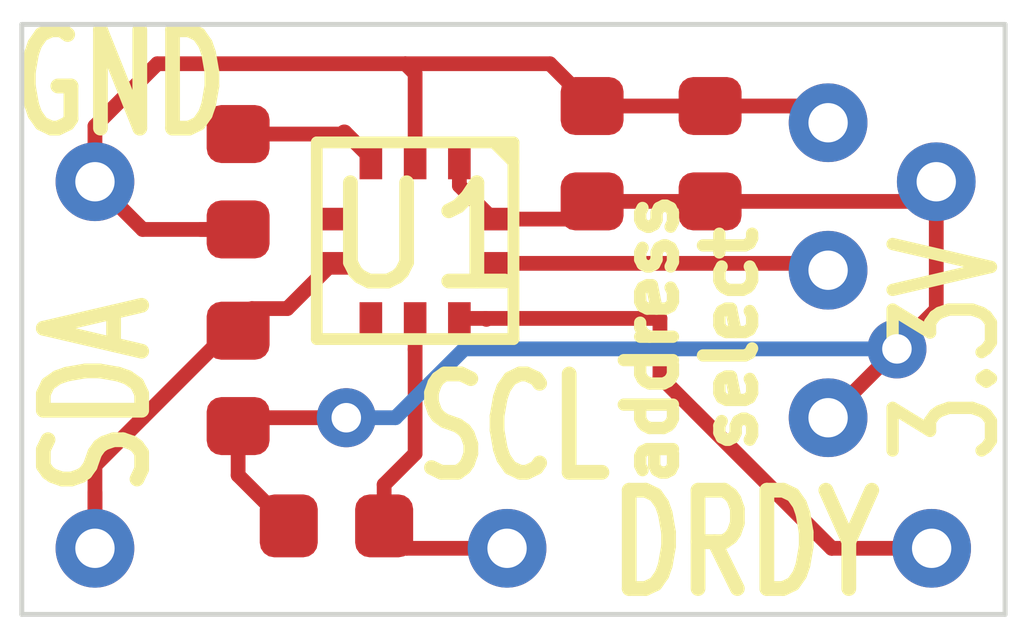
<source format=kicad_pcb>
(kicad_pcb (version 20171130) (host pcbnew 5.1.4-e60b266~84~ubuntu18.04.1)

  (general
    (thickness 1.6)
    (drawings 10)
    (tracks 59)
    (zones 0)
    (modules 14)
    (nets 8)
  )

  (page A4)
  (layers
    (0 F.Cu signal)
    (31 B.Cu signal)
    (32 B.Adhes user)
    (33 F.Adhes user)
    (34 B.Paste user)
    (35 F.Paste user)
    (36 B.SilkS user hide)
    (37 F.SilkS user)
    (38 B.Mask user)
    (39 F.Mask user)
    (40 Dwgs.User user)
    (41 Cmts.User user)
    (42 Eco1.User user)
    (43 Eco2.User user)
    (44 Edge.Cuts user)
    (45 Margin user)
    (46 B.CrtYd user)
    (47 F.CrtYd user)
    (48 B.Fab user hide)
    (49 F.Fab user hide)
  )

  (setup
    (last_trace_width 0.15)
    (trace_clearance 0.15)
    (zone_clearance 0.5)
    (zone_45_only no)
    (trace_min 0.15)
    (via_size 0.6)
    (via_drill 0.3)
    (via_min_size 0.45)
    (via_min_drill 0.2)
    (uvia_size 0.3)
    (uvia_drill 0.1)
    (uvias_allowed no)
    (uvia_min_size 0.2)
    (uvia_min_drill 0.1)
    (edge_width 0.05)
    (segment_width 0.2)
    (pcb_text_width 0.3)
    (pcb_text_size 1.5 1.5)
    (mod_edge_width 0.12)
    (mod_text_size 1 1)
    (mod_text_width 0.15)
    (pad_size 1.524 1.524)
    (pad_drill 0.762)
    (pad_to_mask_clearance 0.051)
    (solder_mask_min_width 0.25)
    (aux_axis_origin 0 0)
    (visible_elements FFFFFF7F)
    (pcbplotparams
      (layerselection 0x010fc_ffffffff)
      (usegerberextensions false)
      (usegerberattributes false)
      (usegerberadvancedattributes false)
      (creategerberjobfile false)
      (excludeedgelayer true)
      (linewidth 0.100000)
      (plotframeref false)
      (viasonmask false)
      (mode 1)
      (useauxorigin false)
      (hpglpennumber 1)
      (hpglpenspeed 20)
      (hpglpendiameter 15.000000)
      (psnegative false)
      (psa4output false)
      (plotreference true)
      (plotvalue true)
      (plotinvisibletext false)
      (padsonsilk false)
      (subtractmaskfromsilk false)
      (outputformat 1)
      (mirror false)
      (drillshape 0)
      (scaleselection 1)
      (outputdirectory ""))
  )

  (net 0 "")
  (net 1 +3V3)
  (net 2 GND)
  (net 3 /MAG_SDA)
  (net 4 /MAG_SCL)
  (net 5 /MAG_DRDY)
  (net 6 "Net-(J6-Pad1)")
  (net 7 "Net-(C2-Pad2)")

  (net_class Default "This is the default net class."
    (clearance 0.15)
    (trace_width 0.15)
    (via_dia 0.6)
    (via_drill 0.3)
    (uvia_dia 0.3)
    (uvia_drill 0.1)
    (add_net +3V3)
    (add_net /MAG_DRDY)
    (add_net /MAG_SCL)
    (add_net /MAG_SDA)
    (add_net GND)
    (add_net "Net-(C2-Pad2)")
    (add_net "Net-(J6-Pad1)")
    (add_net "Net-(U1-Pad4)")
    (add_net "Net-(U1-Pad6)")
  )

  (module Resistor_SMD:R_0402_1005Metric (layer F.Cu) (tedit 5B301BBD) (tstamp 5D8294BE)
    (at 113.2 84.1 180)
    (descr "Resistor SMD 0402 (1005 Metric), square (rectangular) end terminal, IPC_7351 nominal, (Body size source: http://www.tortai-tech.com/upload/download/2011102023233369053.pdf), generated with kicad-footprint-generator")
    (tags resistor)
    (path /5D836B6D)
    (attr smd)
    (fp_text reference R2 (at 0 -1.17) (layer F.SilkS) hide
      (effects (font (size 1 1) (thickness 0.15)))
    )
    (fp_text value 4k7 (at 0 1.17) (layer F.Fab)
      (effects (font (size 1 1) (thickness 0.15)))
    )
    (fp_text user %R (at 0 0) (layer F.Fab)
      (effects (font (size 0.25 0.25) (thickness 0.04)))
    )
    (fp_line (start 0.93 0.47) (end -0.93 0.47) (layer F.CrtYd) (width 0.05))
    (fp_line (start 0.93 -0.47) (end 0.93 0.47) (layer F.CrtYd) (width 0.05))
    (fp_line (start -0.93 -0.47) (end 0.93 -0.47) (layer F.CrtYd) (width 0.05))
    (fp_line (start -0.93 0.47) (end -0.93 -0.47) (layer F.CrtYd) (width 0.05))
    (fp_line (start 0.5 0.25) (end -0.5 0.25) (layer F.Fab) (width 0.1))
    (fp_line (start 0.5 -0.25) (end 0.5 0.25) (layer F.Fab) (width 0.1))
    (fp_line (start -0.5 -0.25) (end 0.5 -0.25) (layer F.Fab) (width 0.1))
    (fp_line (start -0.5 0.25) (end -0.5 -0.25) (layer F.Fab) (width 0.1))
    (pad 2 smd roundrect (at 0.485 0 180) (size 0.59 0.64) (layers F.Cu F.Paste F.Mask) (roundrect_rratio 0.25)
      (net 1 +3V3))
    (pad 1 smd roundrect (at -0.485 0 180) (size 0.59 0.64) (layers F.Cu F.Paste F.Mask) (roundrect_rratio 0.25)
      (net 4 /MAG_SCL))
    (model ${KISYS3DMOD}/Resistor_SMD.3dshapes/R_0402_1005Metric.wrl
      (at (xyz 0 0 0))
      (scale (xyz 1 1 1))
      (rotate (xyz 0 0 0))
    )
  )

  (module Resistor_SMD:R_0402_1005Metric (layer F.Cu) (tedit 5B301BBD) (tstamp 5D8294AD)
    (at 112.2 82.6 270)
    (descr "Resistor SMD 0402 (1005 Metric), square (rectangular) end terminal, IPC_7351 nominal, (Body size source: http://www.tortai-tech.com/upload/download/2011102023233369053.pdf), generated with kicad-footprint-generator")
    (tags resistor)
    (path /5D837057)
    (attr smd)
    (fp_text reference R1 (at 0 -1.17 90) (layer F.SilkS) hide
      (effects (font (size 1 1) (thickness 0.15)))
    )
    (fp_text value 4k7 (at 0 1.17 90) (layer F.Fab)
      (effects (font (size 1 1) (thickness 0.15)))
    )
    (fp_text user %R (at 0 0 90) (layer F.Fab)
      (effects (font (size 0.25 0.25) (thickness 0.04)))
    )
    (fp_line (start 0.93 0.47) (end -0.93 0.47) (layer F.CrtYd) (width 0.05))
    (fp_line (start 0.93 -0.47) (end 0.93 0.47) (layer F.CrtYd) (width 0.05))
    (fp_line (start -0.93 -0.47) (end 0.93 -0.47) (layer F.CrtYd) (width 0.05))
    (fp_line (start -0.93 0.47) (end -0.93 -0.47) (layer F.CrtYd) (width 0.05))
    (fp_line (start 0.5 0.25) (end -0.5 0.25) (layer F.Fab) (width 0.1))
    (fp_line (start 0.5 -0.25) (end 0.5 0.25) (layer F.Fab) (width 0.1))
    (fp_line (start -0.5 -0.25) (end 0.5 -0.25) (layer F.Fab) (width 0.1))
    (fp_line (start -0.5 0.25) (end -0.5 -0.25) (layer F.Fab) (width 0.1))
    (pad 2 smd roundrect (at 0.485 0 270) (size 0.59 0.64) (layers F.Cu F.Paste F.Mask) (roundrect_rratio 0.25)
      (net 1 +3V3))
    (pad 1 smd roundrect (at -0.485 0 270) (size 0.59 0.64) (layers F.Cu F.Paste F.Mask) (roundrect_rratio 0.25)
      (net 3 /MAG_SDA))
    (model ${KISYS3DMOD}/Resistor_SMD.3dshapes/R_0402_1005Metric.wrl
      (at (xyz 0 0 0))
      (scale (xyz 1 1 1))
      (rotate (xyz 0 0 0))
    )
  )

  (module Capacitor_SMD:C_0402_1005Metric (layer F.Cu) (tedit 5B301BBE) (tstamp 5D829450)
    (at 117 80.315 270)
    (descr "Capacitor SMD 0402 (1005 Metric), square (rectangular) end terminal, IPC_7351 nominal, (Body size source: http://www.tortai-tech.com/upload/download/2011102023233369053.pdf), generated with kicad-footprint-generator")
    (tags capacitor)
    (path /5D82807A)
    (attr smd)
    (fp_text reference C3 (at 0 -1.17 90) (layer F.SilkS) hide
      (effects (font (size 1 1) (thickness 0.15)))
    )
    (fp_text value 0.01u (at 0 1.17 90) (layer F.Fab)
      (effects (font (size 1 1) (thickness 0.15)))
    )
    (fp_text user %R (at 0 0 90) (layer F.Fab)
      (effects (font (size 0.25 0.25) (thickness 0.04)))
    )
    (fp_line (start 0.93 0.47) (end -0.93 0.47) (layer F.CrtYd) (width 0.05))
    (fp_line (start 0.93 -0.47) (end 0.93 0.47) (layer F.CrtYd) (width 0.05))
    (fp_line (start -0.93 -0.47) (end 0.93 -0.47) (layer F.CrtYd) (width 0.05))
    (fp_line (start -0.93 0.47) (end -0.93 -0.47) (layer F.CrtYd) (width 0.05))
    (fp_line (start 0.5 0.25) (end -0.5 0.25) (layer F.Fab) (width 0.1))
    (fp_line (start 0.5 -0.25) (end 0.5 0.25) (layer F.Fab) (width 0.1))
    (fp_line (start -0.5 -0.25) (end 0.5 -0.25) (layer F.Fab) (width 0.1))
    (fp_line (start -0.5 0.25) (end -0.5 -0.25) (layer F.Fab) (width 0.1))
    (pad 2 smd roundrect (at 0.485 0 270) (size 0.59 0.64) (layers F.Cu F.Paste F.Mask) (roundrect_rratio 0.25)
      (net 1 +3V3))
    (pad 1 smd roundrect (at -0.485 0 270) (size 0.59 0.64) (layers F.Cu F.Paste F.Mask) (roundrect_rratio 0.25)
      (net 2 GND))
    (model ${KISYS3DMOD}/Capacitor_SMD.3dshapes/C_0402_1005Metric.wrl
      (at (xyz 0 0 0))
      (scale (xyz 1 1 1))
      (rotate (xyz 0 0 0))
    )
  )

  (module Capacitor_SMD:C_0402_1005Metric (layer F.Cu) (tedit 5B301BBE) (tstamp 5D829461)
    (at 112.2 80.6 90)
    (descr "Capacitor SMD 0402 (1005 Metric), square (rectangular) end terminal, IPC_7351 nominal, (Body size source: http://www.tortai-tech.com/upload/download/2011102023233369053.pdf), generated with kicad-footprint-generator")
    (tags capacitor)
    (path /5D82CB31)
    (attr smd)
    (fp_text reference C2 (at 0 -1.17 90) (layer F.SilkS) hide
      (effects (font (size 1 1) (thickness 0.15)))
    )
    (fp_text value 1u (at 0 1.17 90) (layer F.Fab)
      (effects (font (size 1 1) (thickness 0.15)))
    )
    (fp_text user %R (at 0 0 90) (layer F.Fab)
      (effects (font (size 0.25 0.25) (thickness 0.04)))
    )
    (fp_line (start 0.93 0.47) (end -0.93 0.47) (layer F.CrtYd) (width 0.05))
    (fp_line (start 0.93 -0.47) (end 0.93 0.47) (layer F.CrtYd) (width 0.05))
    (fp_line (start -0.93 -0.47) (end 0.93 -0.47) (layer F.CrtYd) (width 0.05))
    (fp_line (start -0.93 0.47) (end -0.93 -0.47) (layer F.CrtYd) (width 0.05))
    (fp_line (start 0.5 0.25) (end -0.5 0.25) (layer F.Fab) (width 0.1))
    (fp_line (start 0.5 -0.25) (end 0.5 0.25) (layer F.Fab) (width 0.1))
    (fp_line (start -0.5 -0.25) (end 0.5 -0.25) (layer F.Fab) (width 0.1))
    (fp_line (start -0.5 0.25) (end -0.5 -0.25) (layer F.Fab) (width 0.1))
    (pad 2 smd roundrect (at 0.485 0 90) (size 0.59 0.64) (layers F.Cu F.Paste F.Mask) (roundrect_rratio 0.25)
      (net 7 "Net-(C2-Pad2)"))
    (pad 1 smd roundrect (at -0.485 0 90) (size 0.59 0.64) (layers F.Cu F.Paste F.Mask) (roundrect_rratio 0.25)
      (net 2 GND))
    (model ${KISYS3DMOD}/Capacitor_SMD.3dshapes/C_0402_1005Metric.wrl
      (at (xyz 0 0 0))
      (scale (xyz 1 1 1))
      (rotate (xyz 0 0 0))
    )
  )

  (module Capacitor_SMD:C_0402_1005Metric (layer F.Cu) (tedit 5B301BBE) (tstamp 5D82943F)
    (at 115.8 80.315 270)
    (descr "Capacitor SMD 0402 (1005 Metric), square (rectangular) end terminal, IPC_7351 nominal, (Body size source: http://www.tortai-tech.com/upload/download/2011102023233369053.pdf), generated with kicad-footprint-generator")
    (tags capacitor)
    (path /5D824594)
    (attr smd)
    (fp_text reference C1 (at 0 -1.17 90) (layer F.SilkS) hide
      (effects (font (size 1 1) (thickness 0.15)))
    )
    (fp_text value 1u (at 0 1.17 90) (layer F.Fab)
      (effects (font (size 1 1) (thickness 0.15)))
    )
    (fp_text user %R (at 0 0 90) (layer F.Fab)
      (effects (font (size 0.25 0.25) (thickness 0.04)))
    )
    (fp_line (start 0.93 0.47) (end -0.93 0.47) (layer F.CrtYd) (width 0.05))
    (fp_line (start 0.93 -0.47) (end 0.93 0.47) (layer F.CrtYd) (width 0.05))
    (fp_line (start -0.93 -0.47) (end 0.93 -0.47) (layer F.CrtYd) (width 0.05))
    (fp_line (start -0.93 0.47) (end -0.93 -0.47) (layer F.CrtYd) (width 0.05))
    (fp_line (start 0.5 0.25) (end -0.5 0.25) (layer F.Fab) (width 0.1))
    (fp_line (start 0.5 -0.25) (end 0.5 0.25) (layer F.Fab) (width 0.1))
    (fp_line (start -0.5 -0.25) (end 0.5 -0.25) (layer F.Fab) (width 0.1))
    (fp_line (start -0.5 0.25) (end -0.5 -0.25) (layer F.Fab) (width 0.1))
    (pad 2 smd roundrect (at 0.485 0 270) (size 0.59 0.64) (layers F.Cu F.Paste F.Mask) (roundrect_rratio 0.25)
      (net 1 +3V3))
    (pad 1 smd roundrect (at -0.485 0 270) (size 0.59 0.64) (layers F.Cu F.Paste F.Mask) (roundrect_rratio 0.25)
      (net 2 GND))
    (model ${KISYS3DMOD}/Capacitor_SMD.3dshapes/C_0402_1005Metric.wrl
      (at (xyz 0 0 0))
      (scale (xyz 1 1 1))
      (rotate (xyz 0 0 0))
    )
  )

  (module paikkaanturi:MLGA010V020A (layer F.Cu) (tedit 5D82013E) (tstamp 5D8294E2)
    (at 113 80.2)
    (path /5D820CD8)
    (fp_text reference U1 (at 1.10408 0.95526) (layer F.SilkS)
      (effects (font (size 1 1) (thickness 0.15)))
    )
    (fp_text value BM1422AGMV (at 0 -5) (layer F.Fab)
      (effects (font (size 1 1) (thickness 0.15)))
    )
    (fp_line (start 0 0) (end 2 0) (layer F.SilkS) (width 0.12))
    (fp_line (start 2 0) (end 2 2) (layer F.SilkS) (width 0.12))
    (fp_line (start 2 2) (end 0 2) (layer F.SilkS) (width 0.12))
    (fp_line (start 0 2) (end 0 0) (layer F.SilkS) (width 0.12))
    (fp_line (start 1.8 0) (end 2 0.2) (layer F.SilkS) (width 0.12))
    (pad 3 smd rect (at 0.55 0.21) (size 0.23 0.33) (layers F.Cu F.Paste F.Mask)
      (net 7 "Net-(C2-Pad2)"))
    (pad 2 smd rect (at 1 0.21) (size 0.23 0.33) (layers F.Cu F.Paste F.Mask)
      (net 2 GND))
    (pad 1 smd rect (at 1.45 0.21) (size 0.23 0.33) (layers F.Cu F.Paste F.Mask)
      (net 1 +3V3))
    (pad 7 smd rect (at 1 1.79) (size 0.23 0.33) (layers F.Cu F.Paste F.Mask)
      (net 4 /MAG_SCL))
    (pad 8 smd rect (at 1.45 1.79) (size 0.23 0.33) (layers F.Cu F.Paste F.Mask)
      (net 5 /MAG_DRDY))
    (pad 6 smd rect (at 0.55 1.79) (size 0.23 0.33) (layers F.Cu F.Paste F.Mask))
    (pad 4 smd rect (at 0.21 0.78 90) (size 0.23 0.33) (layers F.Cu F.Paste F.Mask))
    (pad 5 smd rect (at 0.21 1.23 90) (size 0.23 0.33) (layers F.Cu F.Paste F.Mask)
      (net 3 /MAG_SDA))
    (pad 10 smd rect (at 1.79 0.78 90) (size 0.23 0.33) (layers F.Cu F.Paste F.Mask)
      (net 1 +3V3))
    (pad 9 smd rect (at 1.79 1.23 90) (size 0.23 0.33) (layers F.Cu F.Paste F.Mask)
      (net 6 "Net-(J6-Pad1)"))
  )

  (module paikkaanturi:hole (layer F.Cu) (tedit 5D8213A3) (tstamp 5D82949C)
    (at 118.2 83)
    (path /5D85F32E)
    (fp_text reference J8 (at -0.34544 0.9398) (layer F.SilkS) hide
      (effects (font (size 0.5 0.5) (thickness 0.12)))
    )
    (fp_text value DEBUG_3V3 (at 0 -3) (layer F.Fab)
      (effects (font (size 1 1) (thickness 0.15)))
    )
    (pad 1 thru_hole circle (at 0 0) (size 0.8 0.8) (drill 0.4) (layers *.Cu *.Mask)
      (net 1 +3V3))
  )

  (module paikkaanturi:hole (layer F.Cu) (tedit 5D8213A3) (tstamp 5D829497)
    (at 118.2 80)
    (path /5D85ECB6)
    (fp_text reference J7 (at -0.99822 -0.01524) (layer F.SilkS) hide
      (effects (font (size 0.5 0.5) (thickness 0.12)))
    )
    (fp_text value DEBUG_GND (at 0 -3) (layer F.Fab)
      (effects (font (size 1 1) (thickness 0.15)))
    )
    (pad 1 thru_hole circle (at 0 0) (size 0.8 0.8) (drill 0.4) (layers *.Cu *.Mask)
      (net 2 GND))
  )

  (module paikkaanturi:hole (layer F.Cu) (tedit 5D8213A3) (tstamp 5D829492)
    (at 118.2 81.5)
    (path /5D86BD00)
    (fp_text reference J6 (at -1.12014 0.07874) (layer F.SilkS) hide
      (effects (font (size 0.5 0.5) (thickness 0.12)))
    )
    (fp_text value ADDR_SELECT (at 0 -3) (layer F.Fab)
      (effects (font (size 1 1) (thickness 0.15)))
    )
    (pad 1 thru_hole circle (at 0 0) (size 0.8 0.8) (drill 0.4) (layers *.Cu *.Mask)
      (net 6 "Net-(J6-Pad1)"))
  )

  (module paikkaanturi:hole (layer F.Cu) (tedit 5D8213A3) (tstamp 5D82948D)
    (at 119.3 80.6)
    (path /5D857CB7)
    (fp_text reference J5 (at 0.2 -0.9) (layer F.SilkS) hide
      (effects (font (size 0.5 0.5) (thickness 0.12)))
    )
    (fp_text value hole_3V3 (at 0 -3) (layer F.Fab)
      (effects (font (size 1 1) (thickness 0.15)))
    )
    (pad 1 thru_hole circle (at 0 0) (size 0.8 0.8) (drill 0.4) (layers *.Cu *.Mask)
      (net 1 +3V3))
  )

  (module paikkaanturi:hole (layer F.Cu) (tedit 5D8213A3) (tstamp 5D829DDD)
    (at 110.744 80.6)
    (path /5D85778C)
    (fp_text reference J4 (at 0.2 -0.9) (layer F.SilkS) hide
      (effects (font (size 0.5 0.5) (thickness 0.12)))
    )
    (fp_text value hole_gnd (at 0 -3) (layer F.Fab)
      (effects (font (size 1 1) (thickness 0.15)))
    )
    (pad 1 thru_hole circle (at 0 0) (size 0.8 0.8) (drill 0.4) (layers *.Cu *.Mask)
      (net 2 GND))
  )

  (module paikkaanturi:hole (layer F.Cu) (tedit 5D8213A3) (tstamp 5D829483)
    (at 119.253 84.328)
    (path /5D856A6D)
    (fp_text reference J3 (at -1.04902 0.13208) (layer F.SilkS) hide
      (effects (font (size 0.5 0.5) (thickness 0.12)))
    )
    (fp_text value hole_drdy (at 0 -3) (layer F.Fab)
      (effects (font (size 1 1) (thickness 0.15)))
    )
    (pad 1 thru_hole circle (at 0 0) (size 0.8 0.8) (drill 0.4) (layers *.Cu *.Mask)
      (net 5 /MAG_DRDY))
  )

  (module paikkaanturi:hole (layer F.Cu) (tedit 5D8213A3) (tstamp 5D82947E)
    (at 114.935 84.328)
    (path /5D856486)
    (fp_text reference J2 (at -1.09474 0.10668) (layer F.SilkS) hide
      (effects (font (size 0.5 0.5) (thickness 0.12)))
    )
    (fp_text value hole_scl (at 0 -3) (layer F.Fab)
      (effects (font (size 1 1) (thickness 0.15)))
    )
    (pad 1 thru_hole circle (at 0 0) (size 0.8 0.8) (drill 0.4) (layers *.Cu *.Mask)
      (net 4 /MAG_SCL))
  )

  (module paikkaanturi:hole (layer F.Cu) (tedit 5D8213A3) (tstamp 5D829479)
    (at 110.744 84.328)
    (path /5D855A9C)
    (fp_text reference J1 (at 0.97536 -0.01524) (layer F.SilkS) hide
      (effects (font (size 0.5 0.5) (thickness 0.12)))
    )
    (fp_text value hole_sda (at 0 -3) (layer F.Fab)
      (effects (font (size 1 1) (thickness 0.15)))
    )
    (pad 1 thru_hole circle (at 0 0) (size 0.8 0.8) (drill 0.4) (layers *.Cu *.Mask)
      (net 3 /MAG_SDA))
  )

  (gr_text "address\nselect" (at 116.8 82.2 90) (layer F.SilkS)
    (effects (font (size 0.5 0.5) (thickness 0.125)))
  )
  (gr_text SCL (at 115 83.1) (layer F.SilkS)
    (effects (font (size 1 0.7) (thickness 0.15)))
  )
  (gr_text SDA (at 110.76432 82.77352 90) (layer F.SilkS)
    (effects (font (size 1 0.7) (thickness 0.15)))
  )
  (gr_text DRDY (at 117.3607 84.28228) (layer F.SilkS)
    (effects (font (size 1 0.7) (thickness 0.15)))
  )
  (gr_text GND (at 111 79.6) (layer F.SilkS)
    (effects (font (size 1 0.7) (thickness 0.15)))
  )
  (gr_text 3.3V (at 119.4 82.3 90) (layer F.SilkS)
    (effects (font (size 1 0.7) (thickness 0.125)))
  )
  (gr_line (start 110 85) (end 110 79) (layer Edge.Cuts) (width 0.05) (tstamp 5D829D78))
  (gr_line (start 120 85) (end 110 85) (layer Edge.Cuts) (width 0.05))
  (gr_line (start 120 79) (end 120 85) (layer Edge.Cuts) (width 0.05))
  (gr_line (start 110 79) (end 120 79) (layer Edge.Cuts) (width 0.05))

  (segment (start 114.45 80.64) (end 114.79 80.98) (width 0.15) (layer F.Cu) (net 1))
  (segment (start 114.45 80.41) (end 114.45 80.64) (width 0.15) (layer F.Cu) (net 1))
  (segment (start 115.62 80.98) (end 115.8 80.8) (width 0.15) (layer F.Cu) (net 1))
  (segment (start 114.79 80.98) (end 115.62 80.98) (width 0.15) (layer F.Cu) (net 1))
  (segment (start 115.8 80.8) (end 117 80.8) (width 0.15) (layer F.Cu) (net 1))
  (segment (start 119.1 80.8) (end 119.3 80.6) (width 0.15) (layer F.Cu) (net 1))
  (segment (start 117 80.8) (end 119.1 80.8) (width 0.15) (layer F.Cu) (net 1))
  (segment (start 119.3 81.9) (end 118.9 82.3) (width 0.15) (layer F.Cu) (net 1))
  (segment (start 119.3 80.6) (end 119.3 81.9) (width 0.15) (layer F.Cu) (net 1))
  (segment (start 112.2 83.585) (end 112.715 84.1) (width 0.15) (layer F.Cu) (net 1))
  (segment (start 112.2 83) (end 112.2 83.585) (width 0.15) (layer F.Cu) (net 1))
  (segment (start 118.9 82.3) (end 118.2 83) (width 0.15) (layer F.Cu) (net 1) (tstamp 5DEE7564))
  (via (at 118.9 82.3) (size 0.6) (drill 0.3) (layers F.Cu B.Cu) (net 1))
  (segment (start 118.9 82.3) (end 114.5 82.3) (width 0.15) (layer B.Cu) (net 1))
  (segment (start 114.5 82.3) (end 113.8 83) (width 0.15) (layer B.Cu) (net 1))
  (segment (start 113.8 83) (end 113.3 83) (width 0.15) (layer B.Cu) (net 1))
  (segment (start 113.3 83) (end 113.3 83) (width 0.15) (layer B.Cu) (net 1) (tstamp 5DEE75B6))
  (via (at 113.3 83) (size 0.6) (drill 0.3) (layers F.Cu B.Cu) (net 1))
  (segment (start 113.3 83) (end 112.2 83) (width 0.15) (layer F.Cu) (net 1))
  (segment (start 111.819 81.085) (end 112.2 81.085) (width 0.15) (layer F.Cu) (net 2))
  (segment (start 111.229 81.085) (end 112.2 81.085) (width 0.15) (layer F.Cu) (net 2))
  (segment (start 110.744 80.6) (end 111.229 81.085) (width 0.15) (layer F.Cu) (net 2))
  (segment (start 110.744 80.034315) (end 111.378315 79.4) (width 0.15) (layer F.Cu) (net 2))
  (segment (start 110.744 80.6) (end 110.744 80.034315) (width 0.15) (layer F.Cu) (net 2))
  (segment (start 115.37 79.4) (end 115.8 79.83) (width 0.15) (layer F.Cu) (net 2))
  (segment (start 118.03 79.83) (end 118.2 80) (width 0.15) (layer F.Cu) (net 2))
  (segment (start 115.8 79.83) (end 118.03 79.83) (width 0.15) (layer F.Cu) (net 2))
  (segment (start 114 80.41) (end 114 79.5) (width 0.15) (layer F.Cu) (net 2))
  (segment (start 114 79.5) (end 113.9 79.4) (width 0.15) (layer F.Cu) (net 2))
  (segment (start 111.378315 79.4) (end 113.9 79.4) (width 0.15) (layer F.Cu) (net 2))
  (segment (start 113.9 79.4) (end 115.37 79.4) (width 0.15) (layer F.Cu) (net 2))
  (segment (start 110.744 83.762315) (end 110.744 84.328) (width 0.15) (layer F.Cu) (net 3))
  (segment (start 110.744 83.486) (end 111.23 83) (width 0.15) (layer F.Cu) (net 3))
  (segment (start 110.744 84.328) (end 110.744 83.486) (width 0.15) (layer F.Cu) (net 3))
  (segment (start 111.23 83) (end 112.13 82.1) (width 0.15) (layer F.Cu) (net 3))
  (segment (start 113.16 81.43) (end 113.21 81.43) (width 0.15) (layer F.Cu) (net 3))
  (segment (start 112.7 81.89) (end 113.16 81.43) (width 0.15) (layer F.Cu) (net 3))
  (segment (start 112.34 81.89) (end 112.13 82.1) (width 0.15) (layer F.Cu) (net 3))
  (segment (start 112.7 81.89) (end 112.34 81.89) (width 0.15) (layer F.Cu) (net 3))
  (segment (start 113.913 84.328) (end 113.685 84.1) (width 0.15) (layer F.Cu) (net 4))
  (segment (start 114.935 84.328) (end 113.913 84.328) (width 0.15) (layer F.Cu) (net 4))
  (segment (start 114 82.305) (end 114 81.99) (width 0.15) (layer F.Cu) (net 4))
  (segment (start 114 83.365) (end 114 82.305) (width 0.15) (layer F.Cu) (net 4))
  (segment (start 113.685 83.68) (end 114 83.365) (width 0.15) (layer F.Cu) (net 4))
  (segment (start 113.685 84.1) (end 113.685 83.68) (width 0.15) (layer F.Cu) (net 4))
  (segment (start 118.237 84.328) (end 119.253 84.328) (width 0.15) (layer F.Cu) (net 5))
  (segment (start 116.84 82.931) (end 118.237 84.328) (width 0.15) (layer F.Cu) (net 5))
  (segment (start 114.715 81.99) (end 114.725 82) (width 0.15) (layer F.Cu) (net 5))
  (segment (start 114.45 81.99) (end 114.715 81.99) (width 0.15) (layer F.Cu) (net 5))
  (segment (start 114.715 81.99) (end 116.49 81.99) (width 0.15) (layer F.Cu) (net 5))
  (segment (start 116.49 82.581) (end 118.237 84.328) (width 0.15) (layer F.Cu) (net 5))
  (segment (start 116.49 81.99) (end 116.49 82.581) (width 0.15) (layer F.Cu) (net 5))
  (segment (start 118.13 81.43) (end 118.2 81.5) (width 0.15) (layer F.Cu) (net 6))
  (segment (start 114.79 81.43) (end 118.13 81.43) (width 0.15) (layer F.Cu) (net 6))
  (segment (start 113.55 80.36) (end 113.55 80.41) (width 0.15) (layer F.Cu) (net 7))
  (segment (start 113.285 80.095) (end 113.55 80.36) (width 0.15) (layer F.Cu) (net 7))
  (segment (start 113.275 80.095) (end 113.285 80.095) (width 0.15) (layer F.Cu) (net 7))
  (segment (start 113.255 80.115) (end 113.275 80.095) (width 0.15) (layer F.Cu) (net 7))
  (segment (start 112.2 80.115) (end 113.255 80.115) (width 0.15) (layer F.Cu) (net 7))

)

</source>
